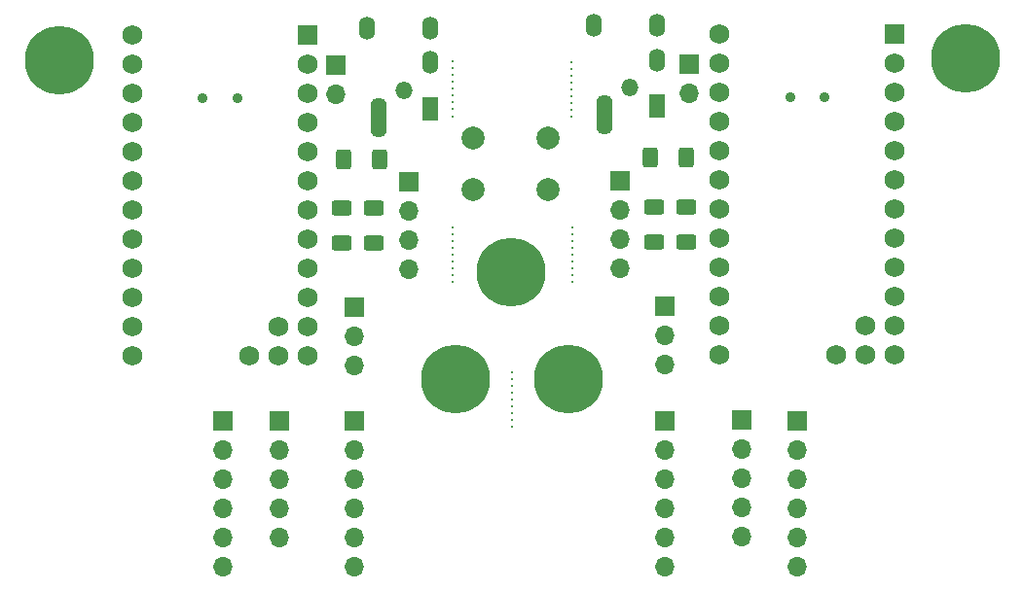
<source format=gts>
%TF.GenerationSoftware,KiCad,Pcbnew,7.0.7*%
%TF.CreationDate,2024-01-26T01:18:24+08:00*%
%TF.ProjectId,adapter,61646170-7465-4722-9e6b-696361645f70,rev?*%
%TF.SameCoordinates,Original*%
%TF.FileFunction,Soldermask,Top*%
%TF.FilePolarity,Negative*%
%FSLAX46Y46*%
G04 Gerber Fmt 4.6, Leading zero omitted, Abs format (unit mm)*
G04 Created by KiCad (PCBNEW 7.0.7) date 2024-01-26 01:18:24*
%MOMM*%
%LPD*%
G01*
G04 APERTURE LIST*
G04 Aperture macros list*
%AMRoundRect*
0 Rectangle with rounded corners*
0 $1 Rounding radius*
0 $2 $3 $4 $5 $6 $7 $8 $9 X,Y pos of 4 corners*
0 Add a 4 corners polygon primitive as box body*
4,1,4,$2,$3,$4,$5,$6,$7,$8,$9,$2,$3,0*
0 Add four circle primitives for the rounded corners*
1,1,$1+$1,$2,$3*
1,1,$1+$1,$4,$5*
1,1,$1+$1,$6,$7*
1,1,$1+$1,$8,$9*
0 Add four rect primitives between the rounded corners*
20,1,$1+$1,$2,$3,$4,$5,0*
20,1,$1+$1,$4,$5,$6,$7,0*
20,1,$1+$1,$6,$7,$8,$9,0*
20,1,$1+$1,$8,$9,$2,$3,0*%
G04 Aperture macros list end*
%ADD10C,0.300000*%
%ADD11C,2.000000*%
%ADD12C,6.000000*%
%ADD13R,1.752600X1.752600*%
%ADD14C,1.752600*%
%ADD15R,1.700000X1.700000*%
%ADD16O,1.700000X1.700000*%
%ADD17RoundRect,0.250000X-0.400000X-0.625000X0.400000X-0.625000X0.400000X0.625000X-0.400000X0.625000X0*%
%ADD18RoundRect,0.250000X-0.625000X0.400000X-0.625000X-0.400000X0.625000X-0.400000X0.625000X0.400000X0*%
%ADD19C,0.900000*%
%ADD20O,1.500000X1.500000*%
%ADD21O,1.400000X2.000000*%
%ADD22O,1.400000X3.500000*%
%ADD23R,1.400000X2.000000*%
G04 APERTURE END LIST*
D10*
%TO.C,REF\u002A\u002A*%
X206210000Y-117705000D03*
X206210000Y-118298750D03*
X206210000Y-118892500D03*
X206210000Y-119486250D03*
X206210000Y-120080000D03*
X206210000Y-120673750D03*
X206210000Y-121267500D03*
X206210000Y-121861250D03*
X206210000Y-122455000D03*
%TD*%
%TO.C,REF\u002A\u002A*%
X211430000Y-105105000D03*
X211430000Y-105698750D03*
X211430000Y-106292500D03*
X211430000Y-106886250D03*
X211430000Y-107480000D03*
X211430000Y-108073750D03*
X211430000Y-108667500D03*
X211430000Y-109261250D03*
X211430000Y-109855000D03*
%TD*%
%TO.C,REF\u002A\u002A*%
X201030000Y-105145000D03*
X201030000Y-105738750D03*
X201030000Y-106332500D03*
X201030000Y-106926250D03*
X201030000Y-107520000D03*
X201030000Y-108113750D03*
X201030000Y-108707500D03*
X201030000Y-109301250D03*
X201030000Y-109895000D03*
%TD*%
%TO.C,REF\u002A\u002A*%
X211370000Y-90695000D03*
X211370000Y-91288750D03*
X211370000Y-91882500D03*
X211370000Y-92476250D03*
X211370000Y-93070000D03*
X211370000Y-93663750D03*
X211370000Y-94257500D03*
X211370000Y-94851250D03*
X211370000Y-95445000D03*
%TD*%
%TO.C,REF\u002A\u002A*%
X201100000Y-93050000D03*
X201100000Y-93643750D03*
X201100000Y-94237500D03*
X201100000Y-94831250D03*
X201100000Y-95425000D03*
X201100000Y-91268750D03*
X201100000Y-92456250D03*
X201100000Y-90675000D03*
X201100000Y-91862500D03*
%TD*%
D11*
%TO.C,RSW1*%
X209350000Y-97300000D03*
X202850000Y-97300000D03*
X202850000Y-101800000D03*
X209350000Y-101800000D03*
%TD*%
D12*
%TO.C,H3*%
X206100000Y-109050000D03*
%TD*%
D13*
%TO.C,U2*%
X188446376Y-88388160D03*
D14*
X188446376Y-90928160D03*
X188446376Y-93468160D03*
X188446376Y-96008160D03*
X188446376Y-98548160D03*
X188446376Y-101088160D03*
X188446376Y-103628160D03*
X188446376Y-106168160D03*
X188446376Y-108708160D03*
X188446376Y-111248160D03*
X188446376Y-113788160D03*
X188446376Y-116328160D03*
X173206376Y-116328160D03*
X173206376Y-113788160D03*
X173206376Y-111248160D03*
X173206376Y-108708160D03*
X173206376Y-106168160D03*
X173206376Y-103628160D03*
X173206376Y-101088160D03*
X173206376Y-98548160D03*
X173206376Y-96008160D03*
X173206376Y-93468160D03*
X173206376Y-90928160D03*
X173206376Y-88388160D03*
X185906376Y-113788160D03*
X183366376Y-116328160D03*
X185906376Y-116328160D03*
%TD*%
D15*
%TO.C,J9*%
X226182542Y-121909520D03*
D16*
X226182542Y-124449520D03*
X226182542Y-126989520D03*
X226182542Y-129529520D03*
X226182542Y-132069520D03*
%TD*%
D15*
%TO.C,J12*%
X181053575Y-122008159D03*
D16*
X181053575Y-124548159D03*
X181053575Y-127088159D03*
X181053575Y-129628159D03*
X181053575Y-132168159D03*
X181053575Y-134708159D03*
%TD*%
D15*
%TO.C,J4*%
X219520000Y-112004520D03*
D16*
X219520000Y-114544520D03*
X219520000Y-117084520D03*
%TD*%
D15*
%TO.C,J5*%
X192476376Y-112028160D03*
D16*
X192476376Y-114568160D03*
X192476376Y-117108160D03*
%TD*%
D12*
%TO.C,H3*%
X201310297Y-118290820D03*
%TD*%
D15*
%TO.C,J13*%
X197206376Y-101158160D03*
D16*
X197206376Y-103698160D03*
X197206376Y-106238160D03*
X197206376Y-108778160D03*
%TD*%
D15*
%TO.C,J11*%
X185986917Y-121988159D03*
D16*
X185986917Y-124528159D03*
X185986917Y-127068159D03*
X185986917Y-129608159D03*
X185986917Y-132148159D03*
%TD*%
D17*
%TO.C,R6*%
X218250000Y-99029520D03*
X221350000Y-99029520D03*
%TD*%
D18*
%TO.C,R2*%
X221350000Y-103309520D03*
X221350000Y-106409520D03*
%TD*%
D15*
%TO.C,J6*%
X190912376Y-91013160D03*
D16*
X190912376Y-93553160D03*
%TD*%
D18*
%TO.C,R1*%
X194206376Y-103408160D03*
X194206376Y-106508160D03*
%TD*%
D12*
%TO.C,H4*%
X211112620Y-118292180D03*
%TD*%
D15*
%TO.C,J7*%
X219500000Y-121929519D03*
D16*
X219500000Y-124469519D03*
X219500000Y-127009519D03*
X219500000Y-129549519D03*
X219500000Y-132089519D03*
X219500000Y-134629519D03*
%TD*%
D12*
%TO.C,H2*%
X245687620Y-90392180D03*
%TD*%
D15*
%TO.C,J3*%
X221650000Y-90924520D03*
D16*
X221650000Y-93464520D03*
%TD*%
D15*
%TO.C,J14*%
X215600000Y-101059520D03*
D16*
X215600000Y-103599520D03*
X215600000Y-106139520D03*
X215600000Y-108679520D03*
%TD*%
D17*
%TO.C,R5*%
X191586376Y-99178160D03*
X194686376Y-99178160D03*
%TD*%
D18*
%TO.C,R4*%
X218600000Y-103309520D03*
X218600000Y-106409520D03*
%TD*%
D12*
%TO.C,H1*%
X166810297Y-90540820D03*
%TD*%
D18*
%TO.C,R3*%
X191416376Y-103408160D03*
X191416376Y-106508160D03*
%TD*%
D15*
%TO.C,J8*%
X192544065Y-122008159D03*
D16*
X192544065Y-124548159D03*
X192544065Y-127088159D03*
X192544065Y-129628159D03*
X192544065Y-132168159D03*
X192544065Y-134708159D03*
%TD*%
D15*
%TO.C,J10*%
X231039684Y-121929519D03*
D16*
X231039684Y-124469519D03*
X231039684Y-127009519D03*
X231039684Y-129549519D03*
X231039684Y-132089519D03*
X231039684Y-134629519D03*
%TD*%
D19*
%TO.C,SW4*%
X179326376Y-93858160D03*
X182326376Y-93858160D03*
%TD*%
D20*
%TO.C,J2*%
X196805297Y-93160820D03*
D21*
X193605297Y-87760820D03*
X199105297Y-90760820D03*
X199105297Y-87760820D03*
D22*
X194605297Y-95510820D03*
D23*
X199105297Y-94760820D03*
%TD*%
D14*
%TO.C,U1*%
X236990000Y-116249520D03*
X234450000Y-116249520D03*
X236990000Y-113709520D03*
X224290000Y-88309520D03*
X224290000Y-90849520D03*
X224290000Y-93389520D03*
X224290000Y-95929520D03*
X224290000Y-98469520D03*
X224290000Y-101009520D03*
X224290000Y-103549520D03*
X224290000Y-106089520D03*
X224290000Y-108629520D03*
X224290000Y-111169520D03*
X224290000Y-113709520D03*
X224290000Y-116249520D03*
X239530000Y-116249520D03*
X239530000Y-113709520D03*
X239530000Y-111169520D03*
X239530000Y-108629520D03*
X239530000Y-106089520D03*
X239530000Y-103549520D03*
X239530000Y-101009520D03*
X239530000Y-98469520D03*
X239530000Y-95929520D03*
X239530000Y-93389520D03*
X239530000Y-90849520D03*
D13*
X239530000Y-88309520D03*
%TD*%
D23*
%TO.C,J1*%
X218802620Y-94537180D03*
D22*
X214302620Y-95287180D03*
D21*
X218802620Y-87537180D03*
X218802620Y-90537180D03*
X213302620Y-87537180D03*
D20*
X216502620Y-92937180D03*
%TD*%
D19*
%TO.C,SW3*%
X233410000Y-93779520D03*
X230410000Y-93779520D03*
%TD*%
M02*

</source>
